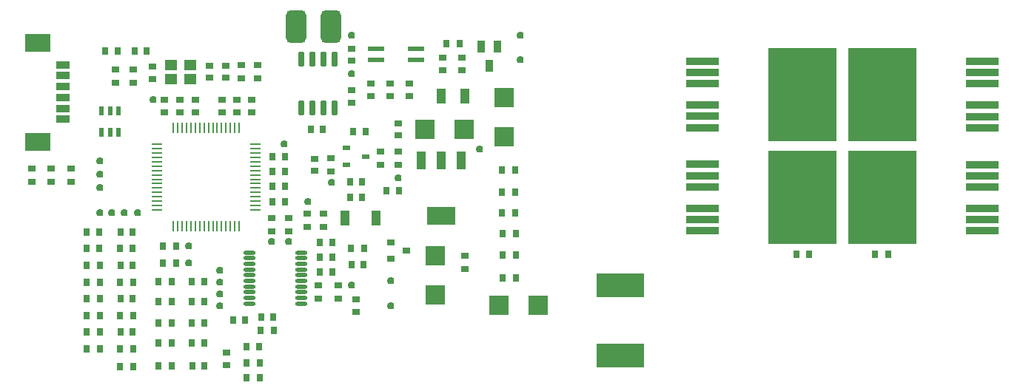
<source format=gbr>
%TF.GenerationSoftware,Altium Limited,Altium Designer,20.1.14 (287)*%
G04 Layer_Color=8421504*
%FSLAX26Y26*%
%MOIN*%
%TF.SameCoordinates,99935E59-988C-4C8E-A83C-0B030DBE8EB2*%
%TF.FilePolarity,Positive*%
%TF.FileFunction,Paste,Top*%
%TF.Part,Single*%
G01*
G75*
%TA.AperFunction,SMDPad,CuDef*%
%ADD10R,0.150000X0.036000*%
%ADD11R,0.310000X0.424000*%
%ADD12R,0.027559X0.035433*%
%ADD13R,0.090551X0.090551*%
%ADD14R,0.038268X0.031575*%
%ADD15R,0.035433X0.027559*%
%ADD16R,0.090551X0.090551*%
G04:AMPARAMS|DCode=17|XSize=39.37mil|YSize=80.709mil|CornerRadius=1.968mil|HoleSize=0mil|Usage=FLASHONLY|Rotation=0.000|XOffset=0mil|YOffset=0mil|HoleType=Round|Shape=RoundedRectangle|*
%AMROUNDEDRECTD17*
21,1,0.039370,0.076772,0,0,0.0*
21,1,0.035433,0.080709,0,0,0.0*
1,1,0.003937,0.017717,-0.038386*
1,1,0.003937,-0.017717,-0.038386*
1,1,0.003937,-0.017717,0.038386*
1,1,0.003937,0.017717,0.038386*
%
%ADD17ROUNDEDRECTD17*%
%TA.AperFunction,TestPad*%
G04:AMPARAMS|DCode=18|XSize=30mil|YSize=30mil|CornerRadius=7.5mil|HoleSize=0mil|Usage=FLASHONLY|Rotation=90.000|XOffset=0mil|YOffset=0mil|HoleType=Round|Shape=RoundedRectangle|*
%AMROUNDEDRECTD18*
21,1,0.030000,0.015000,0,0,90.0*
21,1,0.015000,0.030000,0,0,90.0*
1,1,0.015000,0.007500,0.007500*
1,1,0.015000,0.007500,-0.007500*
1,1,0.015000,-0.007500,-0.007500*
1,1,0.015000,-0.007500,0.007500*
%
%ADD18ROUNDEDRECTD18*%
%TA.AperFunction,SMDPad,CuDef*%
%ADD19R,0.031496X0.035433*%
%ADD20R,0.035433X0.031496*%
G04:AMPARAMS|DCode=21|XSize=25.591mil|YSize=64.961mil|CornerRadius=1.919mil|HoleSize=0mil|Usage=FLASHONLY|Rotation=180.000|XOffset=0mil|YOffset=0mil|HoleType=Round|Shape=RoundedRectangle|*
%AMROUNDEDRECTD21*
21,1,0.025591,0.061122,0,0,180.0*
21,1,0.021752,0.064961,0,0,180.0*
1,1,0.003839,-0.010876,0.030561*
1,1,0.003839,0.010876,0.030561*
1,1,0.003839,0.010876,-0.030561*
1,1,0.003839,-0.010876,-0.030561*
%
%ADD21ROUNDEDRECTD21*%
%ADD22R,0.023622X0.043307*%
G04:AMPARAMS|DCode=23|XSize=9.842mil|YSize=49.213mil|CornerRadius=1.968mil|HoleSize=0mil|Usage=FLASHONLY|Rotation=180.000|XOffset=0mil|YOffset=0mil|HoleType=Round|Shape=RoundedRectangle|*
%AMROUNDEDRECTD23*
21,1,0.009842,0.045276,0,0,180.0*
21,1,0.005906,0.049213,0,0,180.0*
1,1,0.003937,-0.002953,0.022638*
1,1,0.003937,0.002953,0.022638*
1,1,0.003937,0.002953,-0.022638*
1,1,0.003937,-0.002953,-0.022638*
%
%ADD23ROUNDEDRECTD23*%
G04:AMPARAMS|DCode=24|XSize=9.842mil|YSize=49.213mil|CornerRadius=1.968mil|HoleSize=0mil|Usage=FLASHONLY|Rotation=90.000|XOffset=0mil|YOffset=0mil|HoleType=Round|Shape=RoundedRectangle|*
%AMROUNDEDRECTD24*
21,1,0.009842,0.045276,0,0,90.0*
21,1,0.005906,0.049213,0,0,90.0*
1,1,0.003937,0.022638,0.002953*
1,1,0.003937,0.022638,-0.002953*
1,1,0.003937,-0.022638,-0.002953*
1,1,0.003937,-0.022638,0.002953*
%
%ADD24ROUNDEDRECTD24*%
%ADD25R,0.043307X0.066929*%
%ADD26R,0.039000X0.065000*%
%TA.AperFunction,TestPad*%
G04:AMPARAMS|DCode=27|XSize=30mil|YSize=30mil|CornerRadius=7.5mil|HoleSize=0mil|Usage=FLASHONLY|Rotation=0.000|XOffset=0mil|YOffset=0mil|HoleType=Round|Shape=RoundedRectangle|*
%AMROUNDEDRECTD27*
21,1,0.030000,0.015000,0,0,0.0*
21,1,0.015000,0.030000,0,0,0.0*
1,1,0.015000,0.007500,-0.007500*
1,1,0.015000,-0.007500,-0.007500*
1,1,0.015000,-0.007500,0.007500*
1,1,0.015000,0.007500,0.007500*
%
%ADD27ROUNDEDRECTD27*%
%TA.AperFunction,SMDPad,CuDef*%
%ADD28R,0.072835X0.023622*%
%ADD29R,0.035433X0.055118*%
%ADD30R,0.035433X0.055118*%
G04:AMPARAMS|DCode=31|XSize=21.654mil|YSize=31.496mil|CornerRadius=1.949mil|HoleSize=0mil|Usage=FLASHONLY|Rotation=90.000|XOffset=0mil|YOffset=0mil|HoleType=Round|Shape=RoundedRectangle|*
%AMROUNDEDRECTD31*
21,1,0.021654,0.027599,0,0,90.0*
21,1,0.017756,0.031496,0,0,90.0*
1,1,0.003898,0.013799,0.008878*
1,1,0.003898,0.013799,-0.008878*
1,1,0.003898,-0.013799,-0.008878*
1,1,0.003898,-0.013799,0.008878*
%
%ADD31ROUNDEDRECTD31*%
G04:AMPARAMS|DCode=32|XSize=127.953mil|YSize=80.709mil|CornerRadius=2.018mil|HoleSize=0mil|Usage=FLASHONLY|Rotation=0.000|XOffset=0mil|YOffset=0mil|HoleType=Round|Shape=RoundedRectangle|*
%AMROUNDEDRECTD32*
21,1,0.127953,0.076673,0,0,0.0*
21,1,0.123917,0.080709,0,0,0.0*
1,1,0.004035,0.061959,-0.038337*
1,1,0.004035,-0.061959,-0.038337*
1,1,0.004035,-0.061959,0.038337*
1,1,0.004035,0.061959,0.038337*
%
%ADD32ROUNDEDRECTD32*%
%ADD33O,0.055118X0.017716*%
%ADD34R,0.062992X0.031890*%
%ADD35R,0.217000X0.106000*%
%ADD36R,0.055118X0.045276*%
%TA.AperFunction,TestPad*%
G04:AMPARAMS|DCode=37|XSize=90.551mil|YSize=149.606mil|CornerRadius=22.638mil|HoleSize=0mil|Usage=FLASHONLY|Rotation=0.000|XOffset=0mil|YOffset=0mil|HoleType=Round|Shape=RoundedRectangle|*
%AMROUNDEDRECTD37*
21,1,0.090551,0.104331,0,0,0.0*
21,1,0.045276,0.149606,0,0,0.0*
1,1,0.045276,0.022638,-0.052165*
1,1,0.045276,-0.022638,-0.052165*
1,1,0.045276,-0.022638,0.052165*
1,1,0.045276,0.022638,0.052165*
%
%ADD37ROUNDEDRECTD37*%
%TA.AperFunction,SMDPad,CuDef*%
%ADD38R,0.118110X0.082677*%
D10*
X3095000Y1467520D02*
D03*
Y1269520D02*
D03*
Y1365520D02*
D03*
Y1416520D02*
D03*
Y1219520D02*
D03*
Y1168520D02*
D03*
X4355000Y1167520D02*
D03*
Y1365520D02*
D03*
Y1269520D02*
D03*
Y1218520D02*
D03*
Y1415520D02*
D03*
Y1466520D02*
D03*
Y702520D02*
D03*
Y900520D02*
D03*
Y804520D02*
D03*
Y753520D02*
D03*
Y950520D02*
D03*
Y1001520D02*
D03*
X3095000Y1002520D02*
D03*
Y804520D02*
D03*
Y900520D02*
D03*
Y951520D02*
D03*
Y754520D02*
D03*
Y703520D02*
D03*
D11*
X3545000Y1317520D02*
D03*
X3905000D02*
D03*
Y852520D02*
D03*
X3545000D02*
D03*
D12*
X2195472Y690796D02*
D03*
X2254528D02*
D03*
X3575528Y597480D02*
D03*
X3516472D02*
D03*
X3870472Y597480D02*
D03*
X3929528D02*
D03*
X2195472Y491838D02*
D03*
X2254528D02*
D03*
X2195472Y594200D02*
D03*
X2254528D02*
D03*
X2191277Y975954D02*
D03*
X2250332D02*
D03*
X2191277Y877371D02*
D03*
X2250332D02*
D03*
X2191277Y782236D02*
D03*
X2250332D02*
D03*
X531709Y89000D02*
D03*
X645607Y93159D02*
D03*
X1941080Y1546841D02*
D03*
X2000135D02*
D03*
X321843Y171159D02*
D03*
X645742Y196278D02*
D03*
X321843Y321159D02*
D03*
X645742Y288129D02*
D03*
X322315Y471159D02*
D03*
X645742Y382341D02*
D03*
X320448Y623079D02*
D03*
X645742Y473365D02*
D03*
X529503Y623080D02*
D03*
X530898Y321159D02*
D03*
X472654Y89000D02*
D03*
X531370Y471159D02*
D03*
X530898Y171159D02*
D03*
X1099528Y40000D02*
D03*
X1164528Y255000D02*
D03*
X704662Y93159D02*
D03*
X1040473Y40000D02*
D03*
Y107321D02*
D03*
X1105473Y255000D02*
D03*
X380898Y246159D02*
D03*
Y396159D02*
D03*
X381370Y546159D02*
D03*
X379503Y696159D02*
D03*
X724482Y555559D02*
D03*
Y634338D02*
D03*
X1570000Y625000D02*
D03*
X1099528Y107321D02*
D03*
X379503Y623079D02*
D03*
X320448Y696159D02*
D03*
X470448Y623080D02*
D03*
X380898Y321159D02*
D03*
X321843Y396159D02*
D03*
X471843Y321159D02*
D03*
X381370Y471159D02*
D03*
X322315Y546159D02*
D03*
X472315Y471159D02*
D03*
X380898Y171159D02*
D03*
X321843Y246159D02*
D03*
X471843Y171159D02*
D03*
X1510945Y625000D02*
D03*
X704797Y196278D02*
D03*
Y288129D02*
D03*
Y382341D02*
D03*
Y473365D02*
D03*
X665427Y555559D02*
D03*
Y634338D02*
D03*
D13*
X1892283Y414231D02*
D03*
Y591396D02*
D03*
X2200000Y1303583D02*
D03*
Y1126417D02*
D03*
D14*
X1690158Y576315D02*
D03*
Y651118D02*
D03*
X1759842Y613717D02*
D03*
D15*
X2023757Y589254D02*
D03*
Y530199D02*
D03*
X1725000Y1000472D02*
D03*
X1645000Y1000472D02*
D03*
X1017826Y1449851D02*
D03*
X1092826Y1390796D02*
D03*
X1153293Y760559D02*
D03*
X1229551D02*
D03*
X1388560Y779031D02*
D03*
X1535000Y335472D02*
D03*
X75135Y923080D02*
D03*
X250135D02*
D03*
X160135D02*
D03*
X1364528Y397556D02*
D03*
X1514999Y1279360D02*
D03*
X531370Y1370048D02*
D03*
X451788Y1370079D02*
D03*
X1645000Y1059527D02*
D03*
X1600354Y1368330D02*
D03*
X1686945D02*
D03*
X1600354Y1309275D02*
D03*
X1686945D02*
D03*
X1514999Y1338415D02*
D03*
X1315000Y779528D02*
D03*
X1388560Y719976D02*
D03*
X531370Y1429103D02*
D03*
X451788Y1429134D02*
D03*
X1725000Y1059528D02*
D03*
X1422559Y1030551D02*
D03*
X1092826Y1449851D02*
D03*
X1454527Y397556D02*
D03*
X1535000Y394527D02*
D03*
X1017826Y1390796D02*
D03*
X1315000Y720472D02*
D03*
X1229551Y701504D02*
D03*
X1153293D02*
D03*
X1364528Y456611D02*
D03*
X1454527Y456611D02*
D03*
X75135Y982135D02*
D03*
X250135D02*
D03*
X160135D02*
D03*
X1422559Y971496D02*
D03*
D16*
X2177510Y366353D02*
D03*
X2354676D02*
D03*
X2022599Y1160000D02*
D03*
X1845433D02*
D03*
D17*
X1826907Y1019182D02*
D03*
X2008009D02*
D03*
X1917458D02*
D03*
D18*
X619794Y1293470D02*
D03*
X1725000Y940000D02*
D03*
X2275000Y1585000D02*
D03*
Y1475000D02*
D03*
X379810Y1016977D02*
D03*
Y896977D02*
D03*
Y956977D02*
D03*
X1210000Y1095000D02*
D03*
X1515000Y1410000D02*
D03*
X1514999Y1585000D02*
D03*
X550000Y785000D02*
D03*
X380000Y785000D02*
D03*
X435000D02*
D03*
X490000D02*
D03*
X781417Y555559D02*
D03*
Y634338D02*
D03*
X1318937Y835000D02*
D03*
X920000Y365000D02*
D03*
Y418000D02*
D03*
X1690158Y477223D02*
D03*
Y365000D02*
D03*
X1230000Y655000D02*
D03*
X1153000D02*
D03*
X1512913Y456611D02*
D03*
X1425000Y920000D02*
D03*
D19*
X1385796Y1161159D02*
D03*
X1727559Y883080D02*
D03*
X1330678Y1161159D02*
D03*
X528929Y696159D02*
D03*
Y396159D02*
D03*
Y546159D02*
D03*
Y246159D02*
D03*
X1672441Y883080D02*
D03*
X1577559Y1150630D02*
D03*
X1562559Y925000D02*
D03*
Y855000D02*
D03*
X1213848Y971496D02*
D03*
Y903000D02*
D03*
Y1038080D02*
D03*
Y835000D02*
D03*
X851096Y197775D02*
D03*
X1427559Y650000D02*
D03*
Y585000D02*
D03*
Y518000D02*
D03*
X797576Y93160D02*
D03*
X1097734Y179939D02*
D03*
X1162559Y315000D02*
D03*
X592559Y1515000D02*
D03*
X405828Y1515000D02*
D03*
X1512913Y550000D02*
D03*
X1158730Y971496D02*
D03*
Y903000D02*
D03*
Y1038080D02*
D03*
Y835000D02*
D03*
X1522441Y1150630D02*
D03*
X1372441Y518000D02*
D03*
X852694Y93160D02*
D03*
X1107441Y315000D02*
D03*
X473811Y246159D02*
D03*
Y396159D02*
D03*
Y546159D02*
D03*
Y696159D02*
D03*
X851096Y472341D02*
D03*
X795978Y382341D02*
D03*
X851096D02*
D03*
X795978Y288129D02*
D03*
X851096D02*
D03*
X795978Y197775D02*
D03*
X980079Y300000D02*
D03*
X1035197D02*
D03*
X1042616Y179939D02*
D03*
X537441Y1515000D02*
D03*
X460946Y1515000D02*
D03*
X1568032Y550000D02*
D03*
X1372441Y585000D02*
D03*
Y650000D02*
D03*
X795978Y472341D02*
D03*
X1507441Y925000D02*
D03*
Y855000D02*
D03*
D20*
X1064000Y1237441D02*
D03*
X810000D02*
D03*
X740000D02*
D03*
X997000D02*
D03*
X930000D02*
D03*
X670000D02*
D03*
X1925000Y1482559D02*
D03*
X2010000D02*
D03*
X1925000Y1427441D02*
D03*
X2010000D02*
D03*
X1775000Y1311441D02*
D03*
X948000Y1447559D02*
D03*
X617826Y1442441D02*
D03*
X875000Y1447559D02*
D03*
X1064000Y1292559D02*
D03*
X810000D02*
D03*
X740000D02*
D03*
X997000D02*
D03*
X930000D02*
D03*
X670000D02*
D03*
X951851Y97058D02*
D03*
X1347489Y1028237D02*
D03*
X1725000Y1187559D02*
D03*
X1514999Y1469111D02*
D03*
Y1524230D02*
D03*
X1775000Y1366559D02*
D03*
X617826Y1387323D02*
D03*
X875000Y1392441D02*
D03*
X951851Y152176D02*
D03*
X1725000Y1132441D02*
D03*
X1347489Y973119D02*
D03*
X948000Y1392441D02*
D03*
D21*
X1386693Y1255339D02*
D03*
X1336693D02*
D03*
X1386693Y1477780D02*
D03*
X1336693D02*
D03*
X1286693Y1255339D02*
D03*
X1436693D02*
D03*
X1286693Y1477780D02*
D03*
X1436693D02*
D03*
D22*
X426528Y1145787D02*
D03*
Y1244213D02*
D03*
X389126Y1145787D02*
D03*
X463929Y1244213D02*
D03*
X389126D02*
D03*
X463929Y1145787D02*
D03*
D23*
X732047Y723543D02*
D03*
X909213D02*
D03*
X928898Y1166457D02*
D03*
X830472D02*
D03*
X751732Y723543D02*
D03*
X928898D02*
D03*
X987953Y1166457D02*
D03*
X968268D02*
D03*
X948583D02*
D03*
X889528D02*
D03*
X771417D02*
D03*
X751732D02*
D03*
X1007638Y723543D02*
D03*
X850158Y1166457D02*
D03*
X869842D02*
D03*
X830472Y723543D02*
D03*
X850158D02*
D03*
X810787Y1166457D02*
D03*
X791102D02*
D03*
X909213D02*
D03*
X712362Y723543D02*
D03*
X771417D02*
D03*
X791102D02*
D03*
X810787D02*
D03*
X869842D02*
D03*
X889528D02*
D03*
X948583D02*
D03*
X968268D02*
D03*
X987953D02*
D03*
X1007638Y1166457D02*
D03*
X732047D02*
D03*
X712362D02*
D03*
D24*
X1081457Y974528D02*
D03*
X638543Y994213D02*
D03*
Y797362D02*
D03*
Y935158D02*
D03*
Y895787D02*
D03*
Y915472D02*
D03*
X1081457Y994213D02*
D03*
X638543Y974528D02*
D03*
X1081457Y954842D02*
D03*
X638543D02*
D03*
Y817047D02*
D03*
Y876102D02*
D03*
Y856417D02*
D03*
Y836732D02*
D03*
X1081457Y1072953D02*
D03*
Y1013898D02*
D03*
Y1092638D02*
D03*
Y797362D02*
D03*
X638543Y1033583D02*
D03*
Y1072953D02*
D03*
Y1092638D02*
D03*
Y1053268D02*
D03*
X1081457Y915472D02*
D03*
Y935158D02*
D03*
Y817047D02*
D03*
Y836732D02*
D03*
Y856417D02*
D03*
Y876102D02*
D03*
Y895787D02*
D03*
Y1033583D02*
D03*
Y1053268D02*
D03*
X638543Y1013898D02*
D03*
D25*
X2023757Y1310621D02*
D03*
X1917458D02*
D03*
D26*
X1624314Y760559D02*
D03*
X1485314D02*
D03*
D27*
X2090000Y1070000D02*
D03*
X920000Y471159D02*
D03*
Y525000D02*
D03*
D28*
X1804567Y1525000D02*
D03*
Y1475000D02*
D03*
X1625433D02*
D03*
Y1525000D02*
D03*
D29*
X2097599Y1532323D02*
D03*
D30*
X2172402D02*
D03*
X2135000Y1447677D02*
D03*
D31*
X1578307Y1038080D02*
D03*
X1491693Y1075482D02*
D03*
Y1000678D02*
D03*
D32*
X1917458Y769182D02*
D03*
D33*
X1288228Y426042D02*
D03*
Y528404D02*
D03*
X1055945Y451632D02*
D03*
Y426042D02*
D03*
Y400451D02*
D03*
Y374861D02*
D03*
X1288228Y553995D02*
D03*
Y579585D02*
D03*
Y605176D02*
D03*
X1055945Y477223D02*
D03*
Y502813D02*
D03*
Y553995D02*
D03*
Y528404D02*
D03*
Y579585D02*
D03*
X1288228Y400451D02*
D03*
Y374861D02*
D03*
Y477223D02*
D03*
Y451632D02*
D03*
Y502813D02*
D03*
X1055945Y605176D02*
D03*
D34*
X214173Y1451457D02*
D03*
Y1205394D02*
D03*
Y1254606D02*
D03*
Y1353032D02*
D03*
Y1402244D02*
D03*
Y1303819D02*
D03*
D35*
X2725000Y140000D02*
D03*
Y456000D02*
D03*
D36*
X701212Y1387804D02*
D03*
X787826Y1450796D02*
D03*
Y1387804D02*
D03*
X701212Y1450796D02*
D03*
D37*
X1422559Y1625000D02*
D03*
X1263843D02*
D03*
D38*
X100000Y1105000D02*
D03*
Y1551850D02*
D03*
%TF.MD5,7adaa093fd0ab787e494dbed1878406a*%
M02*

</source>
